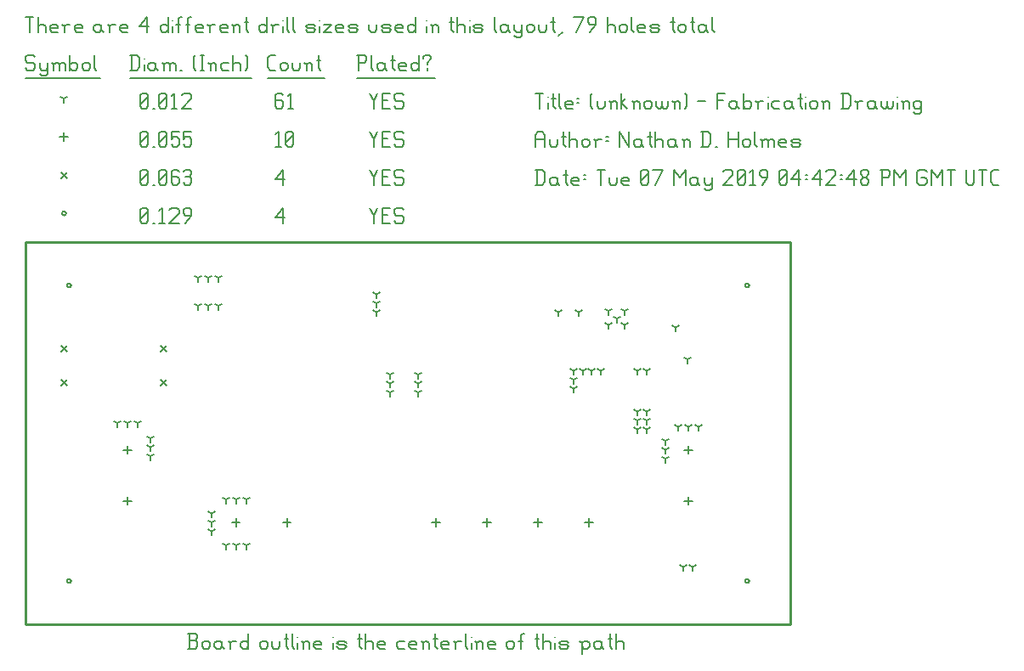
<source format=gbr>
G04 start of page 12 for group -3984 idx -3984 *
G04 Title: (unknown), fab *
G04 Creator: pcb 20140316 *
G04 CreationDate: Tue 07 May 2019 04:42:48 PM GMT UTC *
G04 For: ndholmes *
G04 Format: Gerber/RS-274X *
G04 PCB-Dimensions (mil): 3000.00 1500.00 *
G04 PCB-Coordinate-Origin: lower left *
%MOIN*%
%FSLAX25Y25*%
%LNFAB*%
%ADD78C,0.0100*%
%ADD77C,0.0075*%
%ADD76C,0.0060*%
%ADD75R,0.0080X0.0080*%
G54D75*X282200Y133000D02*G75*G03X283800Y133000I800J0D01*G01*
G75*G03X282200Y133000I-800J0D01*G01*
X16200Y17000D02*G75*G03X17800Y17000I800J0D01*G01*
G75*G03X16200Y17000I-800J0D01*G01*
Y133000D02*G75*G03X17800Y133000I800J0D01*G01*
G75*G03X16200Y133000I-800J0D01*G01*
X282200Y17000D02*G75*G03X283800Y17000I800J0D01*G01*
G75*G03X282200Y17000I-800J0D01*G01*
X14200Y161250D02*G75*G03X15800Y161250I800J0D01*G01*
G75*G03X14200Y161250I-800J0D01*G01*
G54D76*X135000Y163500D02*X136500Y160500D01*
X138000Y163500D01*
X136500Y160500D02*Y157500D01*
X139800Y160800D02*X142050D01*
X139800Y157500D02*X142800D01*
X139800Y163500D02*Y157500D01*
Y163500D02*X142800D01*
X147600D02*X148350Y162750D01*
X145350Y163500D02*X147600D01*
X144600Y162750D02*X145350Y163500D01*
X144600Y162750D02*Y161250D01*
X145350Y160500D01*
X147600D01*
X148350Y159750D01*
Y158250D01*
X147600Y157500D02*X148350Y158250D01*
X145350Y157500D02*X147600D01*
X144600Y158250D02*X145350Y157500D01*
X98000Y159750D02*X101000Y163500D01*
X98000Y159750D02*X101750D01*
X101000Y163500D02*Y157500D01*
X45000Y158250D02*X45750Y157500D01*
X45000Y162750D02*Y158250D01*
Y162750D02*X45750Y163500D01*
X47250D01*
X48000Y162750D01*
Y158250D01*
X47250Y157500D02*X48000Y158250D01*
X45750Y157500D02*X47250D01*
X45000Y159000D02*X48000Y162000D01*
X49800Y157500D02*X50550D01*
X52350Y162300D02*X53550Y163500D01*
Y157500D01*
X52350D02*X54600D01*
X56400Y162750D02*X57150Y163500D01*
X59400D01*
X60150Y162750D01*
Y161250D01*
X56400Y157500D02*X60150Y161250D01*
X56400Y157500D02*X60150D01*
X62700D02*X64950Y160500D01*
Y162750D02*Y160500D01*
X64200Y163500D02*X64950Y162750D01*
X62700Y163500D02*X64200D01*
X61950Y162750D02*X62700Y163500D01*
X61950Y162750D02*Y161250D01*
X62700Y160500D01*
X64950D01*
X13800Y109400D02*X16200Y107000D01*
X13800D02*X16200Y109400D01*
X13800Y96000D02*X16200Y93600D01*
X13800D02*X16200Y96000D01*
X52800Y109400D02*X55200Y107000D01*
X52800D02*X55200Y109400D01*
X52800Y96000D02*X55200Y93600D01*
X52800D02*X55200Y96000D01*
X13800Y177450D02*X16200Y175050D01*
X13800D02*X16200Y177450D01*
X135000Y178500D02*X136500Y175500D01*
X138000Y178500D01*
X136500Y175500D02*Y172500D01*
X139800Y175800D02*X142050D01*
X139800Y172500D02*X142800D01*
X139800Y178500D02*Y172500D01*
Y178500D02*X142800D01*
X147600D02*X148350Y177750D01*
X145350Y178500D02*X147600D01*
X144600Y177750D02*X145350Y178500D01*
X144600Y177750D02*Y176250D01*
X145350Y175500D01*
X147600D01*
X148350Y174750D01*
Y173250D01*
X147600Y172500D02*X148350Y173250D01*
X145350Y172500D02*X147600D01*
X144600Y173250D02*X145350Y172500D01*
X98000Y174750D02*X101000Y178500D01*
X98000Y174750D02*X101750D01*
X101000Y178500D02*Y172500D01*
X45000Y173250D02*X45750Y172500D01*
X45000Y177750D02*Y173250D01*
Y177750D02*X45750Y178500D01*
X47250D01*
X48000Y177750D01*
Y173250D01*
X47250Y172500D02*X48000Y173250D01*
X45750Y172500D02*X47250D01*
X45000Y174000D02*X48000Y177000D01*
X49800Y172500D02*X50550D01*
X52350Y173250D02*X53100Y172500D01*
X52350Y177750D02*Y173250D01*
Y177750D02*X53100Y178500D01*
X54600D01*
X55350Y177750D01*
Y173250D01*
X54600Y172500D02*X55350Y173250D01*
X53100Y172500D02*X54600D01*
X52350Y174000D02*X55350Y177000D01*
X59400Y178500D02*X60150Y177750D01*
X57900Y178500D02*X59400D01*
X57150Y177750D02*X57900Y178500D01*
X57150Y177750D02*Y173250D01*
X57900Y172500D01*
X59400Y175800D02*X60150Y175050D01*
X57150Y175800D02*X59400D01*
X57900Y172500D02*X59400D01*
X60150Y173250D01*
Y175050D02*Y173250D01*
X61950Y177750D02*X62700Y178500D01*
X64200D01*
X64950Y177750D01*
X64200Y172500D02*X64950Y173250D01*
X62700Y172500D02*X64200D01*
X61950Y173250D02*X62700Y172500D01*
Y175800D02*X64200D01*
X64950Y177750D02*Y176550D01*
Y175050D02*Y173250D01*
Y175050D02*X64200Y175800D01*
X64950Y176550D02*X64200Y175800D01*
X260000Y50100D02*Y46900D01*
X258400Y48500D02*X261600D01*
X260000Y70100D02*Y66900D01*
X258400Y68500D02*X261600D01*
X161000Y41600D02*Y38400D01*
X159400Y40000D02*X162600D01*
X181000Y41600D02*Y38400D01*
X179400Y40000D02*X182600D01*
X201000Y41600D02*Y38400D01*
X199400Y40000D02*X202600D01*
X221000Y41600D02*Y38400D01*
X219400Y40000D02*X222600D01*
X82500Y41600D02*Y38400D01*
X80900Y40000D02*X84100D01*
X102500Y41600D02*Y38400D01*
X100900Y40000D02*X104100D01*
X40000Y70100D02*Y66900D01*
X38400Y68500D02*X41600D01*
X40000Y50100D02*Y46900D01*
X38400Y48500D02*X41600D01*
X15000Y192850D02*Y189650D01*
X13400Y191250D02*X16600D01*
X135000Y193500D02*X136500Y190500D01*
X138000Y193500D01*
X136500Y190500D02*Y187500D01*
X139800Y190800D02*X142050D01*
X139800Y187500D02*X142800D01*
X139800Y193500D02*Y187500D01*
Y193500D02*X142800D01*
X147600D02*X148350Y192750D01*
X145350Y193500D02*X147600D01*
X144600Y192750D02*X145350Y193500D01*
X144600Y192750D02*Y191250D01*
X145350Y190500D01*
X147600D01*
X148350Y189750D01*
Y188250D01*
X147600Y187500D02*X148350Y188250D01*
X145350Y187500D02*X147600D01*
X144600Y188250D02*X145350Y187500D01*
X98000Y192300D02*X99200Y193500D01*
Y187500D01*
X98000D02*X100250D01*
X102050Y188250D02*X102800Y187500D01*
X102050Y192750D02*Y188250D01*
Y192750D02*X102800Y193500D01*
X104300D01*
X105050Y192750D01*
Y188250D01*
X104300Y187500D02*X105050Y188250D01*
X102800Y187500D02*X104300D01*
X102050Y189000D02*X105050Y192000D01*
X45000Y188250D02*X45750Y187500D01*
X45000Y192750D02*Y188250D01*
Y192750D02*X45750Y193500D01*
X47250D01*
X48000Y192750D01*
Y188250D01*
X47250Y187500D02*X48000Y188250D01*
X45750Y187500D02*X47250D01*
X45000Y189000D02*X48000Y192000D01*
X49800Y187500D02*X50550D01*
X52350Y188250D02*X53100Y187500D01*
X52350Y192750D02*Y188250D01*
Y192750D02*X53100Y193500D01*
X54600D01*
X55350Y192750D01*
Y188250D01*
X54600Y187500D02*X55350Y188250D01*
X53100Y187500D02*X54600D01*
X52350Y189000D02*X55350Y192000D01*
X57150Y193500D02*X60150D01*
X57150D02*Y190500D01*
X57900Y191250D01*
X59400D01*
X60150Y190500D01*
Y188250D01*
X59400Y187500D02*X60150Y188250D01*
X57900Y187500D02*X59400D01*
X57150Y188250D02*X57900Y187500D01*
X61950Y193500D02*X64950D01*
X61950D02*Y190500D01*
X62700Y191250D01*
X64200D01*
X64950Y190500D01*
Y188250D01*
X64200Y187500D02*X64950Y188250D01*
X62700Y187500D02*X64200D01*
X61950Y188250D02*X62700Y187500D01*
X222000Y99500D02*Y97900D01*
Y99500D02*X223387Y100300D01*
X222000Y99500D02*X220613Y100300D01*
X225500Y99500D02*Y97900D01*
Y99500D02*X226887Y100300D01*
X225500Y99500D02*X224113Y100300D01*
X215000Y99500D02*Y97900D01*
Y99500D02*X216387Y100300D01*
X215000Y99500D02*X213613Y100300D01*
X218500Y99500D02*Y97900D01*
Y99500D02*X219887Y100300D01*
X218500Y99500D02*X217113Y100300D01*
X240000Y99500D02*Y97900D01*
Y99500D02*X241387Y100300D01*
X240000Y99500D02*X238613Y100300D01*
X215000Y96000D02*Y94400D01*
Y96000D02*X216387Y96800D01*
X215000Y96000D02*X213613Y96800D01*
X215000Y92500D02*Y90900D01*
Y92500D02*X216387Y93300D01*
X215000Y92500D02*X213613Y93300D01*
X235000Y117500D02*Y115900D01*
Y117500D02*X236387Y118300D01*
X235000Y117500D02*X233613Y118300D01*
X228500Y123000D02*Y121400D01*
Y123000D02*X229887Y123800D01*
X228500Y123000D02*X227113Y123800D01*
X228500Y117500D02*Y115900D01*
Y117500D02*X229887Y118300D01*
X228500Y117500D02*X227113Y118300D01*
X232000Y120000D02*Y118400D01*
Y120000D02*X233387Y120800D01*
X232000Y120000D02*X230613Y120800D01*
X235000Y123000D02*Y121400D01*
Y123000D02*X236387Y123800D01*
X235000Y123000D02*X233613Y123800D01*
X217000Y122500D02*Y120900D01*
Y122500D02*X218387Y123300D01*
X217000Y122500D02*X215613Y123300D01*
X209000Y122500D02*Y120900D01*
Y122500D02*X210387Y123300D01*
X209000Y122500D02*X207613Y123300D01*
X259500Y104000D02*Y102400D01*
Y104000D02*X260887Y104800D01*
X259500Y104000D02*X258113Y104800D01*
X255000Y116500D02*Y114900D01*
Y116500D02*X256387Y117300D01*
X255000Y116500D02*X253613Y117300D01*
X137500Y129500D02*Y127900D01*
Y129500D02*X138887Y130300D01*
X137500Y129500D02*X136113Y130300D01*
X137500Y126000D02*Y124400D01*
Y126000D02*X138887Y126800D01*
X137500Y126000D02*X136113Y126800D01*
X137500Y122500D02*Y120900D01*
Y122500D02*X138887Y123300D01*
X137500Y122500D02*X136113Y123300D01*
X258000Y22500D02*Y20900D01*
Y22500D02*X259387Y23300D01*
X258000Y22500D02*X256613Y23300D01*
X261500Y22500D02*Y20900D01*
Y22500D02*X262887Y23300D01*
X261500Y22500D02*X260113Y23300D01*
X49000Y73000D02*Y71400D01*
Y73000D02*X50387Y73800D01*
X49000Y73000D02*X47613Y73800D01*
X49000Y69500D02*Y67900D01*
Y69500D02*X50387Y70300D01*
X49000Y69500D02*X47613Y70300D01*
X49000Y66000D02*Y64400D01*
Y66000D02*X50387Y66800D01*
X49000Y66000D02*X47613Y66800D01*
X82500Y49000D02*Y47400D01*
Y49000D02*X83887Y49800D01*
X82500Y49000D02*X81113Y49800D01*
X86500Y49000D02*Y47400D01*
Y49000D02*X87887Y49800D01*
X86500Y49000D02*X85113Y49800D01*
X78500Y49000D02*Y47400D01*
Y49000D02*X79887Y49800D01*
X78500Y49000D02*X77113Y49800D01*
X82500Y31000D02*Y29400D01*
Y31000D02*X83887Y31800D01*
X82500Y31000D02*X81113Y31800D01*
X86500Y31000D02*Y29400D01*
Y31000D02*X87887Y31800D01*
X86500Y31000D02*X85113Y31800D01*
X78500Y31000D02*Y29400D01*
Y31000D02*X79887Y31800D01*
X78500Y31000D02*X77113Y31800D01*
X260000Y77500D02*Y75900D01*
Y77500D02*X261387Y78300D01*
X260000Y77500D02*X258613Y78300D01*
X264000Y77500D02*Y75900D01*
Y77500D02*X265387Y78300D01*
X264000Y77500D02*X262613Y78300D01*
X256000Y77500D02*Y75900D01*
Y77500D02*X257387Y78300D01*
X256000Y77500D02*X254613Y78300D01*
X251000Y72000D02*Y70400D01*
Y72000D02*X252387Y72800D01*
X251000Y72000D02*X249613Y72800D01*
X251000Y68500D02*Y66900D01*
Y68500D02*X252387Y69300D01*
X251000Y68500D02*X249613Y69300D01*
X251000Y65000D02*Y63400D01*
Y65000D02*X252387Y65800D01*
X251000Y65000D02*X249613Y65800D01*
X73000Y43500D02*Y41900D01*
Y43500D02*X74387Y44300D01*
X73000Y43500D02*X71613Y44300D01*
X73000Y40000D02*Y38400D01*
Y40000D02*X74387Y40800D01*
X73000Y40000D02*X71613Y40800D01*
X73000Y36500D02*Y34900D01*
Y36500D02*X74387Y37300D01*
X73000Y36500D02*X71613Y37300D01*
X40000Y79000D02*Y77400D01*
Y79000D02*X41387Y79800D01*
X40000Y79000D02*X38613Y79800D01*
X44000Y79000D02*Y77400D01*
Y79000D02*X45387Y79800D01*
X44000Y79000D02*X42613Y79800D01*
X36000Y79000D02*Y77400D01*
Y79000D02*X37387Y79800D01*
X36000Y79000D02*X34613Y79800D01*
X243500Y99500D02*Y97900D01*
Y99500D02*X244887Y100300D01*
X243500Y99500D02*X242113Y100300D01*
X240000Y83500D02*Y81900D01*
Y83500D02*X241387Y84300D01*
X240000Y83500D02*X238613Y84300D01*
X243500Y83500D02*Y81900D01*
Y83500D02*X244887Y84300D01*
X243500Y83500D02*X242113Y84300D01*
X240000Y80000D02*Y78400D01*
Y80000D02*X241387Y80800D01*
X240000Y80000D02*X238613Y80800D01*
X243500Y80000D02*Y78400D01*
Y80000D02*X244887Y80800D01*
X243500Y80000D02*X242113Y80800D01*
X240000Y76500D02*Y74900D01*
Y76500D02*X241387Y77300D01*
X240000Y76500D02*X238613Y77300D01*
X243500Y76500D02*Y74900D01*
Y76500D02*X244887Y77300D01*
X243500Y76500D02*X242113Y77300D01*
X154000Y98000D02*Y96400D01*
Y98000D02*X155387Y98800D01*
X154000Y98000D02*X152613Y98800D01*
X154000Y94500D02*Y92900D01*
Y94500D02*X155387Y95300D01*
X154000Y94500D02*X152613Y95300D01*
X154000Y91000D02*Y89400D01*
Y91000D02*X155387Y91800D01*
X154000Y91000D02*X152613Y91800D01*
X143000Y98000D02*Y96400D01*
Y98000D02*X144387Y98800D01*
X143000Y98000D02*X141613Y98800D01*
X143000Y94500D02*Y92900D01*
Y94500D02*X144387Y95300D01*
X143000Y94500D02*X141613Y95300D01*
X143000Y91000D02*Y89400D01*
Y91000D02*X144387Y91800D01*
X143000Y91000D02*X141613Y91800D01*
X71500Y125000D02*Y123400D01*
Y125000D02*X72887Y125800D01*
X71500Y125000D02*X70113Y125800D01*
X75500Y125000D02*Y123400D01*
Y125000D02*X76887Y125800D01*
X75500Y125000D02*X74113Y125800D01*
X67500Y125000D02*Y123400D01*
Y125000D02*X68887Y125800D01*
X67500Y125000D02*X66113Y125800D01*
X71500Y136000D02*Y134400D01*
Y136000D02*X72887Y136800D01*
X71500Y136000D02*X70113Y136800D01*
X75500Y136000D02*Y134400D01*
Y136000D02*X76887Y136800D01*
X75500Y136000D02*X74113Y136800D01*
X67500Y136000D02*Y134400D01*
Y136000D02*X68887Y136800D01*
X67500Y136000D02*X66113Y136800D01*
X15000Y206250D02*Y204650D01*
Y206250D02*X16387Y207050D01*
X15000Y206250D02*X13613Y207050D01*
X135000Y208500D02*X136500Y205500D01*
X138000Y208500D01*
X136500Y205500D02*Y202500D01*
X139800Y205800D02*X142050D01*
X139800Y202500D02*X142800D01*
X139800Y208500D02*Y202500D01*
Y208500D02*X142800D01*
X147600D02*X148350Y207750D01*
X145350Y208500D02*X147600D01*
X144600Y207750D02*X145350Y208500D01*
X144600Y207750D02*Y206250D01*
X145350Y205500D01*
X147600D01*
X148350Y204750D01*
Y203250D01*
X147600Y202500D02*X148350Y203250D01*
X145350Y202500D02*X147600D01*
X144600Y203250D02*X145350Y202500D01*
X100250Y208500D02*X101000Y207750D01*
X98750Y208500D02*X100250D01*
X98000Y207750D02*X98750Y208500D01*
X98000Y207750D02*Y203250D01*
X98750Y202500D01*
X100250Y205800D02*X101000Y205050D01*
X98000Y205800D02*X100250D01*
X98750Y202500D02*X100250D01*
X101000Y203250D01*
Y205050D02*Y203250D01*
X102800Y207300D02*X104000Y208500D01*
Y202500D01*
X102800D02*X105050D01*
X45000Y203250D02*X45750Y202500D01*
X45000Y207750D02*Y203250D01*
Y207750D02*X45750Y208500D01*
X47250D01*
X48000Y207750D01*
Y203250D01*
X47250Y202500D02*X48000Y203250D01*
X45750Y202500D02*X47250D01*
X45000Y204000D02*X48000Y207000D01*
X49800Y202500D02*X50550D01*
X52350Y203250D02*X53100Y202500D01*
X52350Y207750D02*Y203250D01*
Y207750D02*X53100Y208500D01*
X54600D01*
X55350Y207750D01*
Y203250D01*
X54600Y202500D02*X55350Y203250D01*
X53100Y202500D02*X54600D01*
X52350Y204000D02*X55350Y207000D01*
X57150Y207300D02*X58350Y208500D01*
Y202500D01*
X57150D02*X59400D01*
X61200Y207750D02*X61950Y208500D01*
X64200D01*
X64950Y207750D01*
Y206250D01*
X61200Y202500D02*X64950Y206250D01*
X61200Y202500D02*X64950D01*
X3000Y223500D02*X3750Y222750D01*
X750Y223500D02*X3000D01*
X0Y222750D02*X750Y223500D01*
X0Y222750D02*Y221250D01*
X750Y220500D01*
X3000D01*
X3750Y219750D01*
Y218250D01*
X3000Y217500D02*X3750Y218250D01*
X750Y217500D02*X3000D01*
X0Y218250D02*X750Y217500D01*
X5550Y220500D02*Y218250D01*
X6300Y217500D01*
X8550Y220500D02*Y216000D01*
X7800Y215250D02*X8550Y216000D01*
X6300Y215250D02*X7800D01*
X5550Y216000D02*X6300Y215250D01*
Y217500D02*X7800D01*
X8550Y218250D01*
X11100Y219750D02*Y217500D01*
Y219750D02*X11850Y220500D01*
X12600D01*
X13350Y219750D01*
Y217500D01*
Y219750D02*X14100Y220500D01*
X14850D01*
X15600Y219750D01*
Y217500D01*
X10350Y220500D02*X11100Y219750D01*
X17400Y223500D02*Y217500D01*
Y218250D02*X18150Y217500D01*
X19650D01*
X20400Y218250D01*
Y219750D02*Y218250D01*
X19650Y220500D02*X20400Y219750D01*
X18150Y220500D02*X19650D01*
X17400Y219750D02*X18150Y220500D01*
X22200Y219750D02*Y218250D01*
Y219750D02*X22950Y220500D01*
X24450D01*
X25200Y219750D01*
Y218250D01*
X24450Y217500D02*X25200Y218250D01*
X22950Y217500D02*X24450D01*
X22200Y218250D02*X22950Y217500D01*
X27000Y223500D02*Y218250D01*
X27750Y217500D01*
X0Y214250D02*X29250D01*
X41750Y223500D02*Y217500D01*
X43700Y223500D02*X44750Y222450D01*
Y218550D01*
X43700Y217500D02*X44750Y218550D01*
X41000Y217500D02*X43700D01*
X41000Y223500D02*X43700D01*
G54D77*X46550Y222000D02*Y221850D01*
G54D76*Y219750D02*Y217500D01*
X50300Y220500D02*X51050Y219750D01*
X48800Y220500D02*X50300D01*
X48050Y219750D02*X48800Y220500D01*
X48050Y219750D02*Y218250D01*
X48800Y217500D01*
X51050Y220500D02*Y218250D01*
X51800Y217500D01*
X48800D02*X50300D01*
X51050Y218250D01*
X54350Y219750D02*Y217500D01*
Y219750D02*X55100Y220500D01*
X55850D01*
X56600Y219750D01*
Y217500D01*
Y219750D02*X57350Y220500D01*
X58100D01*
X58850Y219750D01*
Y217500D01*
X53600Y220500D02*X54350Y219750D01*
X60650Y217500D02*X61400D01*
X65900Y218250D02*X66650Y217500D01*
X65900Y222750D02*X66650Y223500D01*
X65900Y222750D02*Y218250D01*
X68450Y223500D02*X69950D01*
X69200D02*Y217500D01*
X68450D02*X69950D01*
X72500Y219750D02*Y217500D01*
Y219750D02*X73250Y220500D01*
X74000D01*
X74750Y219750D01*
Y217500D01*
X71750Y220500D02*X72500Y219750D01*
X77300Y220500D02*X79550D01*
X76550Y219750D02*X77300Y220500D01*
X76550Y219750D02*Y218250D01*
X77300Y217500D01*
X79550D01*
X81350Y223500D02*Y217500D01*
Y219750D02*X82100Y220500D01*
X83600D01*
X84350Y219750D01*
Y217500D01*
X86150Y223500D02*X86900Y222750D01*
Y218250D01*
X86150Y217500D02*X86900Y218250D01*
X41000Y214250D02*X88700D01*
X96050Y217500D02*X98000D01*
X95000Y218550D02*X96050Y217500D01*
X95000Y222450D02*Y218550D01*
Y222450D02*X96050Y223500D01*
X98000D01*
X99800Y219750D02*Y218250D01*
Y219750D02*X100550Y220500D01*
X102050D01*
X102800Y219750D01*
Y218250D01*
X102050Y217500D02*X102800Y218250D01*
X100550Y217500D02*X102050D01*
X99800Y218250D02*X100550Y217500D01*
X104600Y220500D02*Y218250D01*
X105350Y217500D01*
X106850D01*
X107600Y218250D01*
Y220500D02*Y218250D01*
X110150Y219750D02*Y217500D01*
Y219750D02*X110900Y220500D01*
X111650D01*
X112400Y219750D01*
Y217500D01*
X109400Y220500D02*X110150Y219750D01*
X114950Y223500D02*Y218250D01*
X115700Y217500D01*
X114200Y221250D02*X115700D01*
X95000Y214250D02*X117200D01*
X130750Y223500D02*Y217500D01*
X130000Y223500D02*X133000D01*
X133750Y222750D01*
Y221250D01*
X133000Y220500D02*X133750Y221250D01*
X130750Y220500D02*X133000D01*
X135550Y223500D02*Y218250D01*
X136300Y217500D01*
X140050Y220500D02*X140800Y219750D01*
X138550Y220500D02*X140050D01*
X137800Y219750D02*X138550Y220500D01*
X137800Y219750D02*Y218250D01*
X138550Y217500D01*
X140800Y220500D02*Y218250D01*
X141550Y217500D01*
X138550D02*X140050D01*
X140800Y218250D01*
X144100Y223500D02*Y218250D01*
X144850Y217500D01*
X143350Y221250D02*X144850D01*
X147100Y217500D02*X149350D01*
X146350Y218250D02*X147100Y217500D01*
X146350Y219750D02*Y218250D01*
Y219750D02*X147100Y220500D01*
X148600D01*
X149350Y219750D01*
X146350Y219000D02*X149350D01*
Y219750D02*Y219000D01*
X154150Y223500D02*Y217500D01*
X153400D02*X154150Y218250D01*
X151900Y217500D02*X153400D01*
X151150Y218250D02*X151900Y217500D01*
X151150Y219750D02*Y218250D01*
Y219750D02*X151900Y220500D01*
X153400D01*
X154150Y219750D01*
X157450Y220500D02*Y219750D01*
Y218250D02*Y217500D01*
X155950Y222750D02*Y222000D01*
Y222750D02*X156700Y223500D01*
X158200D01*
X158950Y222750D01*
Y222000D01*
X157450Y220500D02*X158950Y222000D01*
X130000Y214250D02*X160750D01*
X0Y238500D02*X3000D01*
X1500D02*Y232500D01*
X4800Y238500D02*Y232500D01*
Y234750D02*X5550Y235500D01*
X7050D01*
X7800Y234750D01*
Y232500D01*
X10350D02*X12600D01*
X9600Y233250D02*X10350Y232500D01*
X9600Y234750D02*Y233250D01*
Y234750D02*X10350Y235500D01*
X11850D01*
X12600Y234750D01*
X9600Y234000D02*X12600D01*
Y234750D02*Y234000D01*
X15150Y234750D02*Y232500D01*
Y234750D02*X15900Y235500D01*
X17400D01*
X14400D02*X15150Y234750D01*
X19950Y232500D02*X22200D01*
X19200Y233250D02*X19950Y232500D01*
X19200Y234750D02*Y233250D01*
Y234750D02*X19950Y235500D01*
X21450D01*
X22200Y234750D01*
X19200Y234000D02*X22200D01*
Y234750D02*Y234000D01*
X28950Y235500D02*X29700Y234750D01*
X27450Y235500D02*X28950D01*
X26700Y234750D02*X27450Y235500D01*
X26700Y234750D02*Y233250D01*
X27450Y232500D01*
X29700Y235500D02*Y233250D01*
X30450Y232500D01*
X27450D02*X28950D01*
X29700Y233250D01*
X33000Y234750D02*Y232500D01*
Y234750D02*X33750Y235500D01*
X35250D01*
X32250D02*X33000Y234750D01*
X37800Y232500D02*X40050D01*
X37050Y233250D02*X37800Y232500D01*
X37050Y234750D02*Y233250D01*
Y234750D02*X37800Y235500D01*
X39300D01*
X40050Y234750D01*
X37050Y234000D02*X40050D01*
Y234750D02*Y234000D01*
X44550Y234750D02*X47550Y238500D01*
X44550Y234750D02*X48300D01*
X47550Y238500D02*Y232500D01*
X55800Y238500D02*Y232500D01*
X55050D02*X55800Y233250D01*
X53550Y232500D02*X55050D01*
X52800Y233250D02*X53550Y232500D01*
X52800Y234750D02*Y233250D01*
Y234750D02*X53550Y235500D01*
X55050D01*
X55800Y234750D01*
G54D77*X57600Y237000D02*Y236850D01*
G54D76*Y234750D02*Y232500D01*
X59850Y237750D02*Y232500D01*
Y237750D02*X60600Y238500D01*
X61350D01*
X59100Y235500D02*X60600D01*
X63600Y237750D02*Y232500D01*
Y237750D02*X64350Y238500D01*
X65100D01*
X62850Y235500D02*X64350D01*
X67350Y232500D02*X69600D01*
X66600Y233250D02*X67350Y232500D01*
X66600Y234750D02*Y233250D01*
Y234750D02*X67350Y235500D01*
X68850D01*
X69600Y234750D01*
X66600Y234000D02*X69600D01*
Y234750D02*Y234000D01*
X72150Y234750D02*Y232500D01*
Y234750D02*X72900Y235500D01*
X74400D01*
X71400D02*X72150Y234750D01*
X76950Y232500D02*X79200D01*
X76200Y233250D02*X76950Y232500D01*
X76200Y234750D02*Y233250D01*
Y234750D02*X76950Y235500D01*
X78450D01*
X79200Y234750D01*
X76200Y234000D02*X79200D01*
Y234750D02*Y234000D01*
X81750Y234750D02*Y232500D01*
Y234750D02*X82500Y235500D01*
X83250D01*
X84000Y234750D01*
Y232500D01*
X81000Y235500D02*X81750Y234750D01*
X86550Y238500D02*Y233250D01*
X87300Y232500D01*
X85800Y236250D02*X87300D01*
X94500Y238500D02*Y232500D01*
X93750D02*X94500Y233250D01*
X92250Y232500D02*X93750D01*
X91500Y233250D02*X92250Y232500D01*
X91500Y234750D02*Y233250D01*
Y234750D02*X92250Y235500D01*
X93750D01*
X94500Y234750D01*
X97050D02*Y232500D01*
Y234750D02*X97800Y235500D01*
X99300D01*
X96300D02*X97050Y234750D01*
G54D77*X101100Y237000D02*Y236850D01*
G54D76*Y234750D02*Y232500D01*
X102600Y238500D02*Y233250D01*
X103350Y232500D01*
X104850Y238500D02*Y233250D01*
X105600Y232500D01*
X110550D02*X112800D01*
X113550Y233250D01*
X112800Y234000D02*X113550Y233250D01*
X110550Y234000D02*X112800D01*
X109800Y234750D02*X110550Y234000D01*
X109800Y234750D02*X110550Y235500D01*
X112800D01*
X113550Y234750D01*
X109800Y233250D02*X110550Y232500D01*
G54D77*X115350Y237000D02*Y236850D01*
G54D76*Y234750D02*Y232500D01*
X116850Y235500D02*X119850D01*
X116850Y232500D02*X119850Y235500D01*
X116850Y232500D02*X119850D01*
X122400D02*X124650D01*
X121650Y233250D02*X122400Y232500D01*
X121650Y234750D02*Y233250D01*
Y234750D02*X122400Y235500D01*
X123900D01*
X124650Y234750D01*
X121650Y234000D02*X124650D01*
Y234750D02*Y234000D01*
X127200Y232500D02*X129450D01*
X130200Y233250D01*
X129450Y234000D02*X130200Y233250D01*
X127200Y234000D02*X129450D01*
X126450Y234750D02*X127200Y234000D01*
X126450Y234750D02*X127200Y235500D01*
X129450D01*
X130200Y234750D01*
X126450Y233250D02*X127200Y232500D01*
X134700Y235500D02*Y233250D01*
X135450Y232500D01*
X136950D01*
X137700Y233250D01*
Y235500D02*Y233250D01*
X140250Y232500D02*X142500D01*
X143250Y233250D01*
X142500Y234000D02*X143250Y233250D01*
X140250Y234000D02*X142500D01*
X139500Y234750D02*X140250Y234000D01*
X139500Y234750D02*X140250Y235500D01*
X142500D01*
X143250Y234750D01*
X139500Y233250D02*X140250Y232500D01*
X145800D02*X148050D01*
X145050Y233250D02*X145800Y232500D01*
X145050Y234750D02*Y233250D01*
Y234750D02*X145800Y235500D01*
X147300D01*
X148050Y234750D01*
X145050Y234000D02*X148050D01*
Y234750D02*Y234000D01*
X152850Y238500D02*Y232500D01*
X152100D02*X152850Y233250D01*
X150600Y232500D02*X152100D01*
X149850Y233250D02*X150600Y232500D01*
X149850Y234750D02*Y233250D01*
Y234750D02*X150600Y235500D01*
X152100D01*
X152850Y234750D01*
G54D77*X157350Y237000D02*Y236850D01*
G54D76*Y234750D02*Y232500D01*
X159600Y234750D02*Y232500D01*
Y234750D02*X160350Y235500D01*
X161100D01*
X161850Y234750D01*
Y232500D01*
X158850Y235500D02*X159600Y234750D01*
X167100Y238500D02*Y233250D01*
X167850Y232500D01*
X166350Y236250D02*X167850D01*
X169350Y238500D02*Y232500D01*
Y234750D02*X170100Y235500D01*
X171600D01*
X172350Y234750D01*
Y232500D01*
G54D77*X174150Y237000D02*Y236850D01*
G54D76*Y234750D02*Y232500D01*
X176400D02*X178650D01*
X179400Y233250D01*
X178650Y234000D02*X179400Y233250D01*
X176400Y234000D02*X178650D01*
X175650Y234750D02*X176400Y234000D01*
X175650Y234750D02*X176400Y235500D01*
X178650D01*
X179400Y234750D01*
X175650Y233250D02*X176400Y232500D01*
X183900Y238500D02*Y233250D01*
X184650Y232500D01*
X188400Y235500D02*X189150Y234750D01*
X186900Y235500D02*X188400D01*
X186150Y234750D02*X186900Y235500D01*
X186150Y234750D02*Y233250D01*
X186900Y232500D01*
X189150Y235500D02*Y233250D01*
X189900Y232500D01*
X186900D02*X188400D01*
X189150Y233250D01*
X191700Y235500D02*Y233250D01*
X192450Y232500D01*
X194700Y235500D02*Y231000D01*
X193950Y230250D02*X194700Y231000D01*
X192450Y230250D02*X193950D01*
X191700Y231000D02*X192450Y230250D01*
Y232500D02*X193950D01*
X194700Y233250D01*
X196500Y234750D02*Y233250D01*
Y234750D02*X197250Y235500D01*
X198750D01*
X199500Y234750D01*
Y233250D01*
X198750Y232500D02*X199500Y233250D01*
X197250Y232500D02*X198750D01*
X196500Y233250D02*X197250Y232500D01*
X201300Y235500D02*Y233250D01*
X202050Y232500D01*
X203550D01*
X204300Y233250D01*
Y235500D02*Y233250D01*
X206850Y238500D02*Y233250D01*
X207600Y232500D01*
X206100Y236250D02*X207600D01*
X209100Y231000D02*X210600Y232500D01*
X215850D02*X218850Y238500D01*
X215100D02*X218850D01*
X221400Y232500D02*X223650Y235500D01*
Y237750D02*Y235500D01*
X222900Y238500D02*X223650Y237750D01*
X221400Y238500D02*X222900D01*
X220650Y237750D02*X221400Y238500D01*
X220650Y237750D02*Y236250D01*
X221400Y235500D01*
X223650D01*
X228150Y238500D02*Y232500D01*
Y234750D02*X228900Y235500D01*
X230400D01*
X231150Y234750D01*
Y232500D01*
X232950Y234750D02*Y233250D01*
Y234750D02*X233700Y235500D01*
X235200D01*
X235950Y234750D01*
Y233250D01*
X235200Y232500D02*X235950Y233250D01*
X233700Y232500D02*X235200D01*
X232950Y233250D02*X233700Y232500D01*
X237750Y238500D02*Y233250D01*
X238500Y232500D01*
X240750D02*X243000D01*
X240000Y233250D02*X240750Y232500D01*
X240000Y234750D02*Y233250D01*
Y234750D02*X240750Y235500D01*
X242250D01*
X243000Y234750D01*
X240000Y234000D02*X243000D01*
Y234750D02*Y234000D01*
X245550Y232500D02*X247800D01*
X248550Y233250D01*
X247800Y234000D02*X248550Y233250D01*
X245550Y234000D02*X247800D01*
X244800Y234750D02*X245550Y234000D01*
X244800Y234750D02*X245550Y235500D01*
X247800D01*
X248550Y234750D01*
X244800Y233250D02*X245550Y232500D01*
X253800Y238500D02*Y233250D01*
X254550Y232500D01*
X253050Y236250D02*X254550D01*
X256050Y234750D02*Y233250D01*
Y234750D02*X256800Y235500D01*
X258300D01*
X259050Y234750D01*
Y233250D01*
X258300Y232500D02*X259050Y233250D01*
X256800Y232500D02*X258300D01*
X256050Y233250D02*X256800Y232500D01*
X261600Y238500D02*Y233250D01*
X262350Y232500D01*
X260850Y236250D02*X262350D01*
X266100Y235500D02*X266850Y234750D01*
X264600Y235500D02*X266100D01*
X263850Y234750D02*X264600Y235500D01*
X263850Y234750D02*Y233250D01*
X264600Y232500D01*
X266850Y235500D02*Y233250D01*
X267600Y232500D01*
X264600D02*X266100D01*
X266850Y233250D01*
X269400Y238500D02*Y233250D01*
X270150Y232500D01*
G54D78*X0Y150000D02*Y0D01*
X300000D01*
Y150000D01*
X0D01*
G54D76*X63675Y-9500D02*X66675D01*
X67425Y-8750D01*
Y-6950D02*Y-8750D01*
X66675Y-6200D02*X67425Y-6950D01*
X64425Y-6200D02*X66675D01*
X64425Y-3500D02*Y-9500D01*
X63675Y-3500D02*X66675D01*
X67425Y-4250D01*
Y-5450D01*
X66675Y-6200D02*X67425Y-5450D01*
X69225Y-7250D02*Y-8750D01*
Y-7250D02*X69975Y-6500D01*
X71475D01*
X72225Y-7250D01*
Y-8750D01*
X71475Y-9500D02*X72225Y-8750D01*
X69975Y-9500D02*X71475D01*
X69225Y-8750D02*X69975Y-9500D01*
X76275Y-6500D02*X77025Y-7250D01*
X74775Y-6500D02*X76275D01*
X74025Y-7250D02*X74775Y-6500D01*
X74025Y-7250D02*Y-8750D01*
X74775Y-9500D01*
X77025Y-6500D02*Y-8750D01*
X77775Y-9500D01*
X74775D02*X76275D01*
X77025Y-8750D01*
X80325Y-7250D02*Y-9500D01*
Y-7250D02*X81075Y-6500D01*
X82575D01*
X79575D02*X80325Y-7250D01*
X87375Y-3500D02*Y-9500D01*
X86625D02*X87375Y-8750D01*
X85125Y-9500D02*X86625D01*
X84375Y-8750D02*X85125Y-9500D01*
X84375Y-7250D02*Y-8750D01*
Y-7250D02*X85125Y-6500D01*
X86625D01*
X87375Y-7250D01*
X91875D02*Y-8750D01*
Y-7250D02*X92625Y-6500D01*
X94125D01*
X94875Y-7250D01*
Y-8750D01*
X94125Y-9500D02*X94875Y-8750D01*
X92625Y-9500D02*X94125D01*
X91875Y-8750D02*X92625Y-9500D01*
X96675Y-6500D02*Y-8750D01*
X97425Y-9500D01*
X98925D01*
X99675Y-8750D01*
Y-6500D02*Y-8750D01*
X102225Y-3500D02*Y-8750D01*
X102975Y-9500D01*
X101475Y-5750D02*X102975D01*
X104475Y-3500D02*Y-8750D01*
X105225Y-9500D01*
G54D77*X106725Y-5000D02*Y-5150D01*
G54D76*Y-7250D02*Y-9500D01*
X108975Y-7250D02*Y-9500D01*
Y-7250D02*X109725Y-6500D01*
X110475D01*
X111225Y-7250D01*
Y-9500D01*
X108225Y-6500D02*X108975Y-7250D01*
X113775Y-9500D02*X116025D01*
X113025Y-8750D02*X113775Y-9500D01*
X113025Y-7250D02*Y-8750D01*
Y-7250D02*X113775Y-6500D01*
X115275D01*
X116025Y-7250D01*
X113025Y-8000D02*X116025D01*
Y-7250D02*Y-8000D01*
G54D77*X120525Y-5000D02*Y-5150D01*
G54D76*Y-7250D02*Y-9500D01*
X122775D02*X125025D01*
X125775Y-8750D01*
X125025Y-8000D02*X125775Y-8750D01*
X122775Y-8000D02*X125025D01*
X122025Y-7250D02*X122775Y-8000D01*
X122025Y-7250D02*X122775Y-6500D01*
X125025D01*
X125775Y-7250D01*
X122025Y-8750D02*X122775Y-9500D01*
X131025Y-3500D02*Y-8750D01*
X131775Y-9500D01*
X130275Y-5750D02*X131775D01*
X133275Y-3500D02*Y-9500D01*
Y-7250D02*X134025Y-6500D01*
X135525D01*
X136275Y-7250D01*
Y-9500D01*
X138825D02*X141075D01*
X138075Y-8750D02*X138825Y-9500D01*
X138075Y-7250D02*Y-8750D01*
Y-7250D02*X138825Y-6500D01*
X140325D01*
X141075Y-7250D01*
X138075Y-8000D02*X141075D01*
Y-7250D02*Y-8000D01*
X146325Y-6500D02*X148575D01*
X145575Y-7250D02*X146325Y-6500D01*
X145575Y-7250D02*Y-8750D01*
X146325Y-9500D01*
X148575D01*
X151125D02*X153375D01*
X150375Y-8750D02*X151125Y-9500D01*
X150375Y-7250D02*Y-8750D01*
Y-7250D02*X151125Y-6500D01*
X152625D01*
X153375Y-7250D01*
X150375Y-8000D02*X153375D01*
Y-7250D02*Y-8000D01*
X155925Y-7250D02*Y-9500D01*
Y-7250D02*X156675Y-6500D01*
X157425D01*
X158175Y-7250D01*
Y-9500D01*
X155175Y-6500D02*X155925Y-7250D01*
X160725Y-3500D02*Y-8750D01*
X161475Y-9500D01*
X159975Y-5750D02*X161475D01*
X163725Y-9500D02*X165975D01*
X162975Y-8750D02*X163725Y-9500D01*
X162975Y-7250D02*Y-8750D01*
Y-7250D02*X163725Y-6500D01*
X165225D01*
X165975Y-7250D01*
X162975Y-8000D02*X165975D01*
Y-7250D02*Y-8000D01*
X168525Y-7250D02*Y-9500D01*
Y-7250D02*X169275Y-6500D01*
X170775D01*
X167775D02*X168525Y-7250D01*
X172575Y-3500D02*Y-8750D01*
X173325Y-9500D01*
G54D77*X174825Y-5000D02*Y-5150D01*
G54D76*Y-7250D02*Y-9500D01*
X177075Y-7250D02*Y-9500D01*
Y-7250D02*X177825Y-6500D01*
X178575D01*
X179325Y-7250D01*
Y-9500D01*
X176325Y-6500D02*X177075Y-7250D01*
X181875Y-9500D02*X184125D01*
X181125Y-8750D02*X181875Y-9500D01*
X181125Y-7250D02*Y-8750D01*
Y-7250D02*X181875Y-6500D01*
X183375D01*
X184125Y-7250D01*
X181125Y-8000D02*X184125D01*
Y-7250D02*Y-8000D01*
X188625Y-7250D02*Y-8750D01*
Y-7250D02*X189375Y-6500D01*
X190875D01*
X191625Y-7250D01*
Y-8750D01*
X190875Y-9500D02*X191625Y-8750D01*
X189375Y-9500D02*X190875D01*
X188625Y-8750D02*X189375Y-9500D01*
X194175Y-4250D02*Y-9500D01*
Y-4250D02*X194925Y-3500D01*
X195675D01*
X193425Y-6500D02*X194925D01*
X200625Y-3500D02*Y-8750D01*
X201375Y-9500D01*
X199875Y-5750D02*X201375D01*
X202875Y-3500D02*Y-9500D01*
Y-7250D02*X203625Y-6500D01*
X205125D01*
X205875Y-7250D01*
Y-9500D01*
G54D77*X207675Y-5000D02*Y-5150D01*
G54D76*Y-7250D02*Y-9500D01*
X209925D02*X212175D01*
X212925Y-8750D01*
X212175Y-8000D02*X212925Y-8750D01*
X209925Y-8000D02*X212175D01*
X209175Y-7250D02*X209925Y-8000D01*
X209175Y-7250D02*X209925Y-6500D01*
X212175D01*
X212925Y-7250D01*
X209175Y-8750D02*X209925Y-9500D01*
X218175Y-7250D02*Y-11750D01*
X217425Y-6500D02*X218175Y-7250D01*
X218925Y-6500D01*
X220425D01*
X221175Y-7250D01*
Y-8750D01*
X220425Y-9500D02*X221175Y-8750D01*
X218925Y-9500D02*X220425D01*
X218175Y-8750D02*X218925Y-9500D01*
X225225Y-6500D02*X225975Y-7250D01*
X223725Y-6500D02*X225225D01*
X222975Y-7250D02*X223725Y-6500D01*
X222975Y-7250D02*Y-8750D01*
X223725Y-9500D01*
X225975Y-6500D02*Y-8750D01*
X226725Y-9500D01*
X223725D02*X225225D01*
X225975Y-8750D01*
X229275Y-3500D02*Y-8750D01*
X230025Y-9500D01*
X228525Y-5750D02*X230025D01*
X231525Y-3500D02*Y-9500D01*
Y-7250D02*X232275Y-6500D01*
X233775D01*
X234525Y-7250D01*
Y-9500D01*
X200750Y178500D02*Y172500D01*
X202700Y178500D02*X203750Y177450D01*
Y173550D01*
X202700Y172500D02*X203750Y173550D01*
X200000Y172500D02*X202700D01*
X200000Y178500D02*X202700D01*
X207800Y175500D02*X208550Y174750D01*
X206300Y175500D02*X207800D01*
X205550Y174750D02*X206300Y175500D01*
X205550Y174750D02*Y173250D01*
X206300Y172500D01*
X208550Y175500D02*Y173250D01*
X209300Y172500D01*
X206300D02*X207800D01*
X208550Y173250D01*
X211850Y178500D02*Y173250D01*
X212600Y172500D01*
X211100Y176250D02*X212600D01*
X214850Y172500D02*X217100D01*
X214100Y173250D02*X214850Y172500D01*
X214100Y174750D02*Y173250D01*
Y174750D02*X214850Y175500D01*
X216350D01*
X217100Y174750D01*
X214100Y174000D02*X217100D01*
Y174750D02*Y174000D01*
X218900Y176250D02*X219650D01*
X218900Y174750D02*X219650D01*
X224150Y178500D02*X227150D01*
X225650D02*Y172500D01*
X228950Y175500D02*Y173250D01*
X229700Y172500D01*
X231200D01*
X231950Y173250D01*
Y175500D02*Y173250D01*
X234500Y172500D02*X236750D01*
X233750Y173250D02*X234500Y172500D01*
X233750Y174750D02*Y173250D01*
Y174750D02*X234500Y175500D01*
X236000D01*
X236750Y174750D01*
X233750Y174000D02*X236750D01*
Y174750D02*Y174000D01*
X241250Y173250D02*X242000Y172500D01*
X241250Y177750D02*Y173250D01*
Y177750D02*X242000Y178500D01*
X243500D01*
X244250Y177750D01*
Y173250D01*
X243500Y172500D02*X244250Y173250D01*
X242000Y172500D02*X243500D01*
X241250Y174000D02*X244250Y177000D01*
X246800Y172500D02*X249800Y178500D01*
X246050D02*X249800D01*
X254300D02*Y172500D01*
Y178500D02*X256550Y175500D01*
X258800Y178500D01*
Y172500D01*
X262850Y175500D02*X263600Y174750D01*
X261350Y175500D02*X262850D01*
X260600Y174750D02*X261350Y175500D01*
X260600Y174750D02*Y173250D01*
X261350Y172500D01*
X263600Y175500D02*Y173250D01*
X264350Y172500D01*
X261350D02*X262850D01*
X263600Y173250D01*
X266150Y175500D02*Y173250D01*
X266900Y172500D01*
X269150Y175500D02*Y171000D01*
X268400Y170250D02*X269150Y171000D01*
X266900Y170250D02*X268400D01*
X266150Y171000D02*X266900Y170250D01*
Y172500D02*X268400D01*
X269150Y173250D01*
X273650Y177750D02*X274400Y178500D01*
X276650D01*
X277400Y177750D01*
Y176250D01*
X273650Y172500D02*X277400Y176250D01*
X273650Y172500D02*X277400D01*
X279200Y173250D02*X279950Y172500D01*
X279200Y177750D02*Y173250D01*
Y177750D02*X279950Y178500D01*
X281450D01*
X282200Y177750D01*
Y173250D01*
X281450Y172500D02*X282200Y173250D01*
X279950Y172500D02*X281450D01*
X279200Y174000D02*X282200Y177000D01*
X284000Y177300D02*X285200Y178500D01*
Y172500D01*
X284000D02*X286250D01*
X288800D02*X291050Y175500D01*
Y177750D02*Y175500D01*
X290300Y178500D02*X291050Y177750D01*
X288800Y178500D02*X290300D01*
X288050Y177750D02*X288800Y178500D01*
X288050Y177750D02*Y176250D01*
X288800Y175500D01*
X291050D01*
X295550Y173250D02*X296300Y172500D01*
X295550Y177750D02*Y173250D01*
Y177750D02*X296300Y178500D01*
X297800D01*
X298550Y177750D01*
Y173250D01*
X297800Y172500D02*X298550Y173250D01*
X296300Y172500D02*X297800D01*
X295550Y174000D02*X298550Y177000D01*
X300350Y174750D02*X303350Y178500D01*
X300350Y174750D02*X304100D01*
X303350Y178500D02*Y172500D01*
X305900Y176250D02*X306650D01*
X305900Y174750D02*X306650D01*
X308450D02*X311450Y178500D01*
X308450Y174750D02*X312200D01*
X311450Y178500D02*Y172500D01*
X314000Y177750D02*X314750Y178500D01*
X317000D01*
X317750Y177750D01*
Y176250D01*
X314000Y172500D02*X317750Y176250D01*
X314000Y172500D02*X317750D01*
X319550Y176250D02*X320300D01*
X319550Y174750D02*X320300D01*
X322100D02*X325100Y178500D01*
X322100Y174750D02*X325850D01*
X325100Y178500D02*Y172500D01*
X327650Y173250D02*X328400Y172500D01*
X327650Y174450D02*Y173250D01*
Y174450D02*X328700Y175500D01*
X329600D01*
X330650Y174450D01*
Y173250D01*
X329900Y172500D02*X330650Y173250D01*
X328400Y172500D02*X329900D01*
X327650Y176550D02*X328700Y175500D01*
X327650Y177750D02*Y176550D01*
Y177750D02*X328400Y178500D01*
X329900D01*
X330650Y177750D01*
Y176550D01*
X329600Y175500D02*X330650Y176550D01*
X335900Y178500D02*Y172500D01*
X335150Y178500D02*X338150D01*
X338900Y177750D01*
Y176250D01*
X338150Y175500D02*X338900Y176250D01*
X335900Y175500D02*X338150D01*
X340700Y178500D02*Y172500D01*
Y178500D02*X342950Y175500D01*
X345200Y178500D01*
Y172500D01*
X352700Y178500D02*X353450Y177750D01*
X350450Y178500D02*X352700D01*
X349700Y177750D02*X350450Y178500D01*
X349700Y177750D02*Y173250D01*
X350450Y172500D01*
X352700D01*
X353450Y173250D01*
Y174750D02*Y173250D01*
X352700Y175500D02*X353450Y174750D01*
X351200Y175500D02*X352700D01*
X355250Y178500D02*Y172500D01*
Y178500D02*X357500Y175500D01*
X359750Y178500D01*
Y172500D01*
X361550Y178500D02*X364550D01*
X363050D02*Y172500D01*
X369050Y178500D02*Y173250D01*
X369800Y172500D01*
X371300D01*
X372050Y173250D01*
Y178500D02*Y173250D01*
X373850Y178500D02*X376850D01*
X375350D02*Y172500D01*
X379700D02*X381650D01*
X378650Y173550D02*X379700Y172500D01*
X378650Y177450D02*Y173550D01*
Y177450D02*X379700Y178500D01*
X381650D01*
X200000Y192000D02*Y187500D01*
Y192000D02*X201050Y193500D01*
X202700D01*
X203750Y192000D01*
Y187500D01*
X200000Y190500D02*X203750D01*
X205550D02*Y188250D01*
X206300Y187500D01*
X207800D01*
X208550Y188250D01*
Y190500D02*Y188250D01*
X211100Y193500D02*Y188250D01*
X211850Y187500D01*
X210350Y191250D02*X211850D01*
X213350Y193500D02*Y187500D01*
Y189750D02*X214100Y190500D01*
X215600D01*
X216350Y189750D01*
Y187500D01*
X218150Y189750D02*Y188250D01*
Y189750D02*X218900Y190500D01*
X220400D01*
X221150Y189750D01*
Y188250D01*
X220400Y187500D02*X221150Y188250D01*
X218900Y187500D02*X220400D01*
X218150Y188250D02*X218900Y187500D01*
X223700Y189750D02*Y187500D01*
Y189750D02*X224450Y190500D01*
X225950D01*
X222950D02*X223700Y189750D01*
X227750Y191250D02*X228500D01*
X227750Y189750D02*X228500D01*
X233000Y193500D02*Y187500D01*
Y193500D02*X236750Y187500D01*
Y193500D02*Y187500D01*
X240800Y190500D02*X241550Y189750D01*
X239300Y190500D02*X240800D01*
X238550Y189750D02*X239300Y190500D01*
X238550Y189750D02*Y188250D01*
X239300Y187500D01*
X241550Y190500D02*Y188250D01*
X242300Y187500D01*
X239300D02*X240800D01*
X241550Y188250D01*
X244850Y193500D02*Y188250D01*
X245600Y187500D01*
X244100Y191250D02*X245600D01*
X247100Y193500D02*Y187500D01*
Y189750D02*X247850Y190500D01*
X249350D01*
X250100Y189750D01*
Y187500D01*
X254150Y190500D02*X254900Y189750D01*
X252650Y190500D02*X254150D01*
X251900Y189750D02*X252650Y190500D01*
X251900Y189750D02*Y188250D01*
X252650Y187500D01*
X254900Y190500D02*Y188250D01*
X255650Y187500D01*
X252650D02*X254150D01*
X254900Y188250D01*
X258200Y189750D02*Y187500D01*
Y189750D02*X258950Y190500D01*
X259700D01*
X260450Y189750D01*
Y187500D01*
X257450Y190500D02*X258200Y189750D01*
X265700Y193500D02*Y187500D01*
X267650Y193500D02*X268700Y192450D01*
Y188550D01*
X267650Y187500D02*X268700Y188550D01*
X264950Y187500D02*X267650D01*
X264950Y193500D02*X267650D01*
X270500Y187500D02*X271250D01*
X275750Y193500D02*Y187500D01*
X279500Y193500D02*Y187500D01*
X275750Y190500D02*X279500D01*
X281300Y189750D02*Y188250D01*
Y189750D02*X282050Y190500D01*
X283550D01*
X284300Y189750D01*
Y188250D01*
X283550Y187500D02*X284300Y188250D01*
X282050Y187500D02*X283550D01*
X281300Y188250D02*X282050Y187500D01*
X286100Y193500D02*Y188250D01*
X286850Y187500D01*
X289100Y189750D02*Y187500D01*
Y189750D02*X289850Y190500D01*
X290600D01*
X291350Y189750D01*
Y187500D01*
Y189750D02*X292100Y190500D01*
X292850D01*
X293600Y189750D01*
Y187500D01*
X288350Y190500D02*X289100Y189750D01*
X296150Y187500D02*X298400D01*
X295400Y188250D02*X296150Y187500D01*
X295400Y189750D02*Y188250D01*
Y189750D02*X296150Y190500D01*
X297650D01*
X298400Y189750D01*
X295400Y189000D02*X298400D01*
Y189750D02*Y189000D01*
X300950Y187500D02*X303200D01*
X303950Y188250D01*
X303200Y189000D02*X303950Y188250D01*
X300950Y189000D02*X303200D01*
X300200Y189750D02*X300950Y189000D01*
X300200Y189750D02*X300950Y190500D01*
X303200D01*
X303950Y189750D01*
X300200Y188250D02*X300950Y187500D01*
X200000Y208500D02*X203000D01*
X201500D02*Y202500D01*
G54D77*X204800Y207000D02*Y206850D01*
G54D76*Y204750D02*Y202500D01*
X207050Y208500D02*Y203250D01*
X207800Y202500D01*
X206300Y206250D02*X207800D01*
X209300Y208500D02*Y203250D01*
X210050Y202500D01*
X212300D02*X214550D01*
X211550Y203250D02*X212300Y202500D01*
X211550Y204750D02*Y203250D01*
Y204750D02*X212300Y205500D01*
X213800D01*
X214550Y204750D01*
X211550Y204000D02*X214550D01*
Y204750D02*Y204000D01*
X216350Y206250D02*X217100D01*
X216350Y204750D02*X217100D01*
X221600Y203250D02*X222350Y202500D01*
X221600Y207750D02*X222350Y208500D01*
X221600Y207750D02*Y203250D01*
X224150Y205500D02*Y203250D01*
X224900Y202500D01*
X226400D01*
X227150Y203250D01*
Y205500D02*Y203250D01*
X229700Y204750D02*Y202500D01*
Y204750D02*X230450Y205500D01*
X231200D01*
X231950Y204750D01*
Y202500D01*
X228950Y205500D02*X229700Y204750D01*
X233750Y208500D02*Y202500D01*
Y204750D02*X236000Y202500D01*
X233750Y204750D02*X235250Y206250D01*
X238550Y204750D02*Y202500D01*
Y204750D02*X239300Y205500D01*
X240050D01*
X240800Y204750D01*
Y202500D01*
X237800Y205500D02*X238550Y204750D01*
X242600D02*Y203250D01*
Y204750D02*X243350Y205500D01*
X244850D01*
X245600Y204750D01*
Y203250D01*
X244850Y202500D02*X245600Y203250D01*
X243350Y202500D02*X244850D01*
X242600Y203250D02*X243350Y202500D01*
X247400Y205500D02*Y203250D01*
X248150Y202500D01*
X248900D01*
X249650Y203250D01*
Y205500D02*Y203250D01*
X250400Y202500D01*
X251150D01*
X251900Y203250D01*
Y205500D02*Y203250D01*
X254450Y204750D02*Y202500D01*
Y204750D02*X255200Y205500D01*
X255950D01*
X256700Y204750D01*
Y202500D01*
X253700Y205500D02*X254450Y204750D01*
X258500Y208500D02*X259250Y207750D01*
Y203250D01*
X258500Y202500D02*X259250Y203250D01*
X263750Y205500D02*X266750D01*
X271250Y208500D02*Y202500D01*
Y208500D02*X274250D01*
X271250Y205800D02*X273500D01*
X278300Y205500D02*X279050Y204750D01*
X276800Y205500D02*X278300D01*
X276050Y204750D02*X276800Y205500D01*
X276050Y204750D02*Y203250D01*
X276800Y202500D01*
X279050Y205500D02*Y203250D01*
X279800Y202500D01*
X276800D02*X278300D01*
X279050Y203250D01*
X281600Y208500D02*Y202500D01*
Y203250D02*X282350Y202500D01*
X283850D01*
X284600Y203250D01*
Y204750D02*Y203250D01*
X283850Y205500D02*X284600Y204750D01*
X282350Y205500D02*X283850D01*
X281600Y204750D02*X282350Y205500D01*
X287150Y204750D02*Y202500D01*
Y204750D02*X287900Y205500D01*
X289400D01*
X286400D02*X287150Y204750D01*
G54D77*X291200Y207000D02*Y206850D01*
G54D76*Y204750D02*Y202500D01*
X293450Y205500D02*X295700D01*
X292700Y204750D02*X293450Y205500D01*
X292700Y204750D02*Y203250D01*
X293450Y202500D01*
X295700D01*
X299750Y205500D02*X300500Y204750D01*
X298250Y205500D02*X299750D01*
X297500Y204750D02*X298250Y205500D01*
X297500Y204750D02*Y203250D01*
X298250Y202500D01*
X300500Y205500D02*Y203250D01*
X301250Y202500D01*
X298250D02*X299750D01*
X300500Y203250D01*
X303800Y208500D02*Y203250D01*
X304550Y202500D01*
X303050Y206250D02*X304550D01*
G54D77*X306050Y207000D02*Y206850D01*
G54D76*Y204750D02*Y202500D01*
X307550Y204750D02*Y203250D01*
Y204750D02*X308300Y205500D01*
X309800D01*
X310550Y204750D01*
Y203250D01*
X309800Y202500D02*X310550Y203250D01*
X308300Y202500D02*X309800D01*
X307550Y203250D02*X308300Y202500D01*
X313100Y204750D02*Y202500D01*
Y204750D02*X313850Y205500D01*
X314600D01*
X315350Y204750D01*
Y202500D01*
X312350Y205500D02*X313100Y204750D01*
X320600Y208500D02*Y202500D01*
X322550Y208500D02*X323600Y207450D01*
Y203550D01*
X322550Y202500D02*X323600Y203550D01*
X319850Y202500D02*X322550D01*
X319850Y208500D02*X322550D01*
X326150Y204750D02*Y202500D01*
Y204750D02*X326900Y205500D01*
X328400D01*
X325400D02*X326150Y204750D01*
X332450Y205500D02*X333200Y204750D01*
X330950Y205500D02*X332450D01*
X330200Y204750D02*X330950Y205500D01*
X330200Y204750D02*Y203250D01*
X330950Y202500D01*
X333200Y205500D02*Y203250D01*
X333950Y202500D01*
X330950D02*X332450D01*
X333200Y203250D01*
X335750Y205500D02*Y203250D01*
X336500Y202500D01*
X337250D01*
X338000Y203250D01*
Y205500D02*Y203250D01*
X338750Y202500D01*
X339500D01*
X340250Y203250D01*
Y205500D02*Y203250D01*
G54D77*X342050Y207000D02*Y206850D01*
G54D76*Y204750D02*Y202500D01*
X344300Y204750D02*Y202500D01*
Y204750D02*X345050Y205500D01*
X345800D01*
X346550Y204750D01*
Y202500D01*
X343550Y205500D02*X344300Y204750D01*
X350600Y205500D02*X351350Y204750D01*
X349100Y205500D02*X350600D01*
X348350Y204750D02*X349100Y205500D01*
X348350Y204750D02*Y203250D01*
X349100Y202500D01*
X350600D01*
X351350Y203250D01*
X348350Y201000D02*X349100Y200250D01*
X350600D01*
X351350Y201000D01*
Y205500D02*Y201000D01*
M02*

</source>
